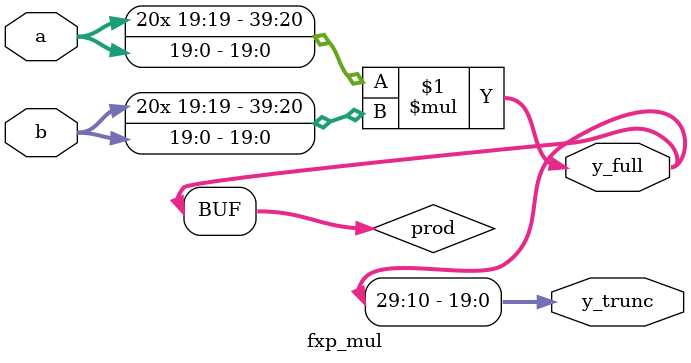
<source format=v>
module fxp_mul
    #(parameter N = 20, parameter FRAC = 10)
     (
         input  signed [N-1:0] a,
         input  signed [N-1:0] b,
         output signed [2*N-1:0] y_full,   // 完整 2N 位 (2FRAC 小数)
         output signed [N-1:0]   y_trunc   // 按小数点对齐后截取 N 位
     );
    wire signed [2*N-1:0] prod = $signed(a) * $signed(b);
    assign y_full  = prod;

    // ！！对齐切片：保持符号的同时，取 prod[FRAC + N - 1 : FRAC]
    // 这等价于对 prod 做"向零截断的算术右移 FRAC 位"，然后取低 N 位。
    assign y_trunc = prod[FRAC + N - 1 : FRAC];
endmodule

</source>
